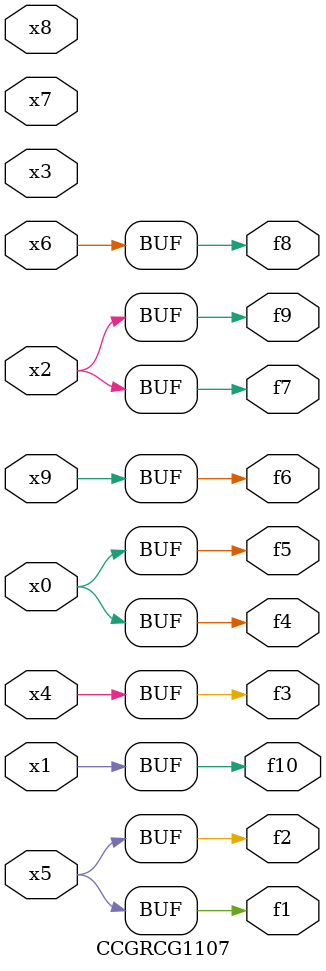
<source format=v>
module CCGRCG1107(
	input x0, x1, x2, x3, x4, x5, x6, x7, x8, x9,
	output f1, f2, f3, f4, f5, f6, f7, f8, f9, f10
);
	assign f1 = x5;
	assign f2 = x5;
	assign f3 = x4;
	assign f4 = x0;
	assign f5 = x0;
	assign f6 = x9;
	assign f7 = x2;
	assign f8 = x6;
	assign f9 = x2;
	assign f10 = x1;
endmodule

</source>
